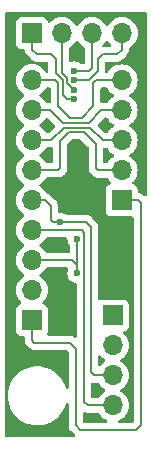
<source format=gbl>
%TF.GenerationSoftware,KiCad,Pcbnew,8.0.5*%
%TF.CreationDate,2024-12-11T17:42:57+10:00*%
%TF.ProjectId,solarRadiationShield,736f6c61-7252-4616-9469-6174696f6e53,rev?*%
%TF.SameCoordinates,Original*%
%TF.FileFunction,Copper,L2,Bot*%
%TF.FilePolarity,Positive*%
%FSLAX46Y46*%
G04 Gerber Fmt 4.6, Leading zero omitted, Abs format (unit mm)*
G04 Created by KiCad (PCBNEW 8.0.5) date 2024-12-11 17:42:57*
%MOMM*%
%LPD*%
G01*
G04 APERTURE LIST*
%TA.AperFunction,ComponentPad*%
%ADD10R,1.700000X1.700000*%
%TD*%
%TA.AperFunction,ComponentPad*%
%ADD11O,1.700000X1.700000*%
%TD*%
%TA.AperFunction,ViaPad*%
%ADD12C,0.600000*%
%TD*%
%TA.AperFunction,Conductor*%
%ADD13C,0.200000*%
%TD*%
%ADD14C,0.300000*%
%ADD15C,0.350000*%
G04 APERTURE END LIST*
D10*
%TO.P,INSIG1,1,Pin_1*%
%TO.N,+3.3V*%
X126600000Y-77775000D03*
D11*
%TO.P,INSIG1,2,Pin_2*%
%TO.N,GND*%
X129140000Y-77775000D03*
%TO.P,INSIG1,3,Pin_3*%
%TO.N,SDA*%
X131680000Y-77775000D03*
%TO.P,INSIG1,4,Pin_4*%
%TO.N,SCL*%
X134220000Y-77775000D03*
%TD*%
D10*
%TO.P,AHT20,1,Pin_1*%
%TO.N,+3.3V*%
X133450000Y-101675000D03*
D11*
%TO.P,AHT20,2,Pin_2*%
%TO.N,GND*%
X133450000Y-104215000D03*
%TO.P,AHT20,3,Pin_3*%
%TO.N,SCL*%
X133450000Y-106755000D03*
%TO.P,AHT20,4,Pin_4*%
%TO.N,SDA*%
X133450000Y-109295000D03*
%TD*%
D10*
%TO.P,lpsExtraFunc1,1,Pin_1*%
%TO.N,VDD*%
X134200000Y-91925000D03*
D11*
%TO.P,lpsExtraFunc1,2,Pin_2*%
%TO.N,SDO{slash}SA0*%
X134200000Y-89385000D03*
%TO.P,lpsExtraFunc1,3,Pin_3*%
%TO.N,CS*%
X134200000Y-86845000D03*
%TO.P,lpsExtraFunc1,4,Pin_4*%
%TO.N,INT2*%
X134200000Y-84305000D03*
%TO.P,lpsExtraFunc1,5,Pin_5*%
%TO.N,INT1*%
X134200000Y-81765000D03*
%TD*%
D10*
%TO.P,LPS331AP1,1,Pin_1*%
%TO.N,VDD*%
X126600000Y-102075000D03*
D11*
%TO.P,LPS331AP1,2,Pin_2*%
%TO.N,+3.3V*%
X126600000Y-99535000D03*
%TO.P,LPS331AP1,3,Pin_3*%
%TO.N,GND*%
X126600000Y-96995000D03*
%TO.P,LPS331AP1,4,Pin_4*%
%TO.N,SDA*%
X126600000Y-94455000D03*
%TO.P,LPS331AP1,5,Pin_5*%
%TO.N,SCL*%
X126600000Y-91915000D03*
%TO.P,LPS331AP1,6,Pin_6*%
%TO.N,SDO{slash}SA0*%
X126600000Y-89375000D03*
%TO.P,LPS331AP1,7,Pin_7*%
%TO.N,CS*%
X126600000Y-86835000D03*
%TO.P,LPS331AP1,8,Pin_8*%
%TO.N,INT2*%
X126600000Y-84295000D03*
%TO.P,LPS331AP1,9,Pin_9*%
%TO.N,INT1*%
X126600000Y-81755000D03*
%TD*%
D12*
%TO.N,SDA*%
X130200000Y-80975000D03*
%TO.N,+3.3V*%
X130200000Y-83375000D03*
%TO.N,SCL*%
X129000000Y-93775000D03*
X130200000Y-81775000D03*
%TO.N,GND*%
X130400000Y-95175000D03*
X130400000Y-98115000D03*
X130200000Y-82575000D03*
%TD*%
D13*
%TO.N,SDA*%
X131680000Y-80695000D02*
X131400000Y-80975000D01*
X126600000Y-94455000D02*
X130800000Y-94455000D01*
X131320000Y-109295000D02*
X131000000Y-108975000D01*
X131680000Y-77775000D02*
X131680000Y-80695000D01*
X131000000Y-94655000D02*
X131000000Y-108975000D01*
X133450000Y-109295000D02*
X131320000Y-109295000D01*
X131400000Y-80975000D02*
X130200000Y-80975000D01*
X130800000Y-94455000D02*
X131000000Y-94655000D01*
%TO.N,+3.3V*%
X129600000Y-83375000D02*
X129200000Y-82975000D01*
X126600000Y-79175000D02*
X126600000Y-77775000D01*
X129200000Y-82975000D02*
X129200000Y-81775000D01*
X128600000Y-81175000D02*
X128600000Y-79975000D01*
X129200000Y-81775000D02*
X128600000Y-81175000D01*
X128200000Y-79575000D02*
X127000000Y-79575000D01*
X127000000Y-79575000D02*
X126600000Y-79175000D01*
X130200000Y-83375000D02*
X129600000Y-83375000D01*
X128600000Y-79975000D02*
X128200000Y-79575000D01*
%TO.N,SCL*%
X132200000Y-81009314D02*
X131434314Y-81775000D01*
X128200000Y-93575000D02*
X128200000Y-92375000D01*
X132200000Y-79975000D02*
X132200000Y-81009314D01*
X133800000Y-79575000D02*
X132600000Y-79575000D01*
X132600000Y-79575000D02*
X132200000Y-79975000D01*
X129000000Y-93775000D02*
X131200000Y-93775000D01*
X134200000Y-79175000D02*
X133800000Y-79575000D01*
X128400000Y-93775000D02*
X128200000Y-93575000D01*
X133450000Y-106755000D02*
X131880000Y-106755000D01*
X128200000Y-92375000D02*
X127740000Y-91915000D01*
X129000000Y-93775000D02*
X128400000Y-93775000D01*
X127740000Y-91915000D02*
X126600000Y-91915000D01*
X131434314Y-81775000D02*
X130200000Y-81775000D01*
X131600000Y-94175000D02*
X131600000Y-106475000D01*
X131200000Y-93775000D02*
X131600000Y-94175000D01*
X131880000Y-106755000D02*
X131600000Y-106475000D01*
X134200000Y-77975000D02*
X134200000Y-79175000D01*
%TO.N,GND*%
X130400000Y-97375000D02*
X130020000Y-96995000D01*
X130200000Y-82575000D02*
X130151471Y-82575000D01*
X129140000Y-81115000D02*
X129140000Y-77775000D01*
X130151471Y-82575000D02*
X129600000Y-82023529D01*
X130400000Y-97375000D02*
X130400000Y-95175000D01*
X129600000Y-81575000D02*
X129140000Y-81115000D01*
X129600000Y-82023529D02*
X129600000Y-81575000D01*
X130400000Y-98115000D02*
X130400000Y-97375000D01*
X130020000Y-96995000D02*
X126600000Y-96995000D01*
%TO.N,CS*%
X131500000Y-85775000D02*
X131000000Y-85775000D01*
X132580000Y-86855000D02*
X131500000Y-85775000D01*
X129300000Y-85775000D02*
X129800000Y-85775000D01*
X126500000Y-86845000D02*
X128230000Y-86845000D01*
X134100000Y-86855000D02*
X132580000Y-86855000D01*
X128230000Y-86845000D02*
X129300000Y-85775000D01*
X131000000Y-85775000D02*
X129800000Y-85775000D01*
X134190000Y-86835000D02*
X134200000Y-86845000D01*
%TO.N,VDD*%
X130300000Y-110975000D02*
X130700000Y-111375000D01*
X135800000Y-110975000D02*
X135800000Y-92125000D01*
X126600000Y-103775000D02*
X126800000Y-103975000D01*
X126800000Y-103975000D02*
X129800000Y-103975000D01*
X129800000Y-103975000D02*
X130300000Y-104475000D01*
X130700000Y-111375000D02*
X135400000Y-111375000D01*
X135400000Y-111375000D02*
X135800000Y-110975000D01*
X126600000Y-102075000D02*
X126600000Y-103775000D01*
X135600000Y-91925000D02*
X134200000Y-91925000D01*
X130300000Y-104475000D02*
X130300000Y-110975000D01*
X135800000Y-92125000D02*
X135600000Y-91925000D01*
%TO.N,INT1*%
X130800000Y-84975000D02*
X129800000Y-84975000D01*
X128800000Y-81975000D02*
X128800000Y-83975000D01*
X131800000Y-83975000D02*
X130800000Y-84975000D01*
X132010000Y-81765000D02*
X131800000Y-81975000D01*
X128580000Y-81755000D02*
X128800000Y-81975000D01*
X126600000Y-81755000D02*
X128580000Y-81755000D01*
X134200000Y-81765000D02*
X132010000Y-81765000D01*
X131800000Y-81975000D02*
X131800000Y-83975000D01*
X128800000Y-83975000D02*
X129800000Y-84975000D01*
%TO.N,SDO{slash}SA0*%
X126600000Y-89385000D02*
X128790000Y-89385000D01*
X129000000Y-86875000D02*
X129700000Y-86175000D01*
X128790000Y-89385000D02*
X129000000Y-89175000D01*
X134190000Y-89375000D02*
X134200000Y-89385000D01*
X131000000Y-86175000D02*
X132000000Y-87175000D01*
X132220000Y-89395000D02*
X134200000Y-89395000D01*
X129000000Y-89175000D02*
X129000000Y-86875000D01*
X129700000Y-86175000D02*
X131000000Y-86175000D01*
X132000000Y-87175000D02*
X132000000Y-89175000D01*
X132000000Y-89175000D02*
X132220000Y-89395000D01*
%TO.N,INT2*%
X132470000Y-84305000D02*
X131400000Y-85375000D01*
X128120000Y-84295000D02*
X129200000Y-85375000D01*
X129200000Y-85375000D02*
X129600000Y-85375000D01*
X126600000Y-84295000D02*
X128120000Y-84295000D01*
X134200000Y-84305000D02*
X132470000Y-84305000D01*
X131400000Y-85375000D02*
X131000000Y-85375000D01*
X126610000Y-84305000D02*
X126600000Y-84295000D01*
X129600000Y-85375000D02*
X131000000Y-85375000D01*
%TD*%
%TA.AperFunction,NonConductor*%
G36*
X133034855Y-78441546D02*
G01*
X133051575Y-78460842D01*
X133181501Y-78646396D01*
X133181506Y-78646402D01*
X133297923Y-78762819D01*
X133331408Y-78824142D01*
X133326424Y-78893834D01*
X133284552Y-78949767D01*
X133219088Y-78974184D01*
X133210242Y-78974500D01*
X132689758Y-78974500D01*
X132622719Y-78954815D01*
X132576964Y-78902011D01*
X132567020Y-78832853D01*
X132596045Y-78769297D01*
X132602077Y-78762819D01*
X132632413Y-78732483D01*
X132718495Y-78646401D01*
X132848425Y-78460842D01*
X132903002Y-78417217D01*
X132972500Y-78410023D01*
X133034855Y-78441546D01*
G37*
%TD.AperFunction*%
%TA.AperFunction,NonConductor*%
G36*
X130494855Y-78441546D02*
G01*
X130511575Y-78460842D01*
X130641500Y-78646395D01*
X130641505Y-78646401D01*
X130808599Y-78813495D01*
X130905384Y-78881265D01*
X131002165Y-78949032D01*
X131002167Y-78949033D01*
X131002170Y-78949035D01*
X131007898Y-78951706D01*
X131060339Y-78997872D01*
X131079500Y-79064090D01*
X131079500Y-80250500D01*
X131059815Y-80317539D01*
X131007011Y-80363294D01*
X130955500Y-80374500D01*
X130782412Y-80374500D01*
X130715373Y-80354815D01*
X130705097Y-80347445D01*
X130702263Y-80345185D01*
X130702262Y-80345184D01*
X130645496Y-80309515D01*
X130549523Y-80249211D01*
X130379254Y-80189631D01*
X130379249Y-80189630D01*
X130200004Y-80169435D01*
X130199996Y-80169435D01*
X130020750Y-80189630D01*
X130020742Y-80189632D01*
X129905454Y-80229973D01*
X129835675Y-80233534D01*
X129775048Y-80198805D01*
X129742821Y-80136811D01*
X129740500Y-80112931D01*
X129740500Y-79064090D01*
X129760185Y-78997051D01*
X129812101Y-78951706D01*
X129817830Y-78949035D01*
X130011401Y-78813495D01*
X130178495Y-78646401D01*
X130308425Y-78460842D01*
X130363002Y-78417217D01*
X130432500Y-78410023D01*
X130494855Y-78441546D01*
G37*
%TD.AperFunction*%
%TA.AperFunction,NonConductor*%
G36*
X128142539Y-82375185D02*
G01*
X128188294Y-82427989D01*
X128199500Y-82479500D01*
X128199500Y-83570499D01*
X128179815Y-83637538D01*
X128127011Y-83683293D01*
X128075500Y-83694499D01*
X128033347Y-83694499D01*
X128033331Y-83694500D01*
X127889091Y-83694500D01*
X127822052Y-83674815D01*
X127776711Y-83622909D01*
X127774037Y-83617175D01*
X127774034Y-83617170D01*
X127774033Y-83617169D01*
X127638495Y-83423599D01*
X127638494Y-83423597D01*
X127471402Y-83256506D01*
X127471396Y-83256501D01*
X127285842Y-83126575D01*
X127242217Y-83071998D01*
X127235023Y-83002500D01*
X127266546Y-82940145D01*
X127285842Y-82923425D01*
X127457115Y-82803498D01*
X127471401Y-82793495D01*
X127638495Y-82626401D01*
X127774035Y-82432830D01*
X127776707Y-82427097D01*
X127822878Y-82374658D01*
X127889091Y-82355500D01*
X128075500Y-82355500D01*
X128142539Y-82375185D01*
G37*
%TD.AperFunction*%
%TA.AperFunction,NonConductor*%
G36*
X132977948Y-82385185D02*
G01*
X133023292Y-82437097D01*
X133025965Y-82442830D01*
X133025966Y-82442831D01*
X133161501Y-82636395D01*
X133161506Y-82636402D01*
X133328597Y-82803493D01*
X133328603Y-82803498D01*
X133514158Y-82933425D01*
X133557783Y-82988002D01*
X133564977Y-83057500D01*
X133533454Y-83119855D01*
X133514158Y-83136575D01*
X133328597Y-83266505D01*
X133161506Y-83433596D01*
X133025965Y-83627170D01*
X133025962Y-83627175D01*
X133023289Y-83632909D01*
X132977115Y-83685346D01*
X132910909Y-83704500D01*
X132556670Y-83704500D01*
X132556654Y-83704499D01*
X132549058Y-83704499D01*
X132524500Y-83704499D01*
X132457461Y-83684814D01*
X132411706Y-83632010D01*
X132400500Y-83580499D01*
X132400500Y-82489500D01*
X132420185Y-82422461D01*
X132472989Y-82376706D01*
X132524500Y-82365500D01*
X132910909Y-82365500D01*
X132977948Y-82385185D01*
G37*
%TD.AperFunction*%
%TA.AperFunction,NonConductor*%
G36*
X127947593Y-84971916D02*
G01*
X127950419Y-84974654D01*
X128513083Y-85537319D01*
X128546568Y-85598642D01*
X128541584Y-85668334D01*
X128513083Y-85712681D01*
X128017584Y-86208181D01*
X127956261Y-86241666D01*
X127929903Y-86244500D01*
X127893754Y-86244500D01*
X127826715Y-86224815D01*
X127781373Y-86172906D01*
X127774038Y-86157178D01*
X127774035Y-86157171D01*
X127638495Y-85963599D01*
X127638494Y-85963597D01*
X127471402Y-85796506D01*
X127471396Y-85796501D01*
X127285842Y-85666575D01*
X127242217Y-85611998D01*
X127235023Y-85542500D01*
X127266546Y-85480145D01*
X127285842Y-85463425D01*
X127457115Y-85343498D01*
X127471401Y-85333495D01*
X127638495Y-85166401D01*
X127761164Y-84991210D01*
X127815740Y-84947587D01*
X127885238Y-84940393D01*
X127947593Y-84971916D01*
G37*
%TD.AperFunction*%
%TA.AperFunction,NonConductor*%
G36*
X132977948Y-84925185D02*
G01*
X133023292Y-84977097D01*
X133025965Y-84982830D01*
X133154503Y-85166401D01*
X133161501Y-85176395D01*
X133161506Y-85176402D01*
X133328597Y-85343493D01*
X133328603Y-85343498D01*
X133514158Y-85473425D01*
X133557783Y-85528002D01*
X133564977Y-85597500D01*
X133533454Y-85659855D01*
X133514158Y-85676575D01*
X133328597Y-85806505D01*
X133161506Y-85973596D01*
X133025965Y-86167170D01*
X133025961Y-86167178D01*
X133018627Y-86182906D01*
X132972454Y-86235345D01*
X132906246Y-86254500D01*
X132880098Y-86254500D01*
X132813059Y-86234815D01*
X132792417Y-86218181D01*
X132186916Y-85612681D01*
X132153431Y-85551358D01*
X132158415Y-85481667D01*
X132186916Y-85437319D01*
X132682417Y-84941819D01*
X132743740Y-84908334D01*
X132770098Y-84905500D01*
X132910909Y-84905500D01*
X132977948Y-84925185D01*
G37*
%TD.AperFunction*%
%TA.AperFunction,NonConductor*%
G36*
X128143347Y-87445501D02*
G01*
X128275500Y-87445501D01*
X128342539Y-87465186D01*
X128388294Y-87517990D01*
X128399500Y-87569501D01*
X128399500Y-88660500D01*
X128379815Y-88727539D01*
X128327011Y-88773294D01*
X128275500Y-88784500D01*
X127893754Y-88784500D01*
X127826715Y-88764815D01*
X127781373Y-88712906D01*
X127774038Y-88697178D01*
X127774035Y-88697171D01*
X127638495Y-88503599D01*
X127638494Y-88503597D01*
X127471402Y-88336506D01*
X127471396Y-88336501D01*
X127285842Y-88206575D01*
X127242217Y-88151998D01*
X127235023Y-88082500D01*
X127266546Y-88020145D01*
X127285842Y-88003425D01*
X127457115Y-87883498D01*
X127471401Y-87873495D01*
X127638495Y-87706401D01*
X127774035Y-87512830D01*
X127774036Y-87512826D01*
X127776743Y-87508140D01*
X127778866Y-87509366D01*
X127818169Y-87464687D01*
X127884428Y-87445500D01*
X128143331Y-87445500D01*
X128143347Y-87445501D01*
G37*
%TD.AperFunction*%
%TA.AperFunction,NonConductor*%
G36*
X132982611Y-87475185D02*
G01*
X133021167Y-87519346D01*
X133023257Y-87518140D01*
X133025965Y-87522831D01*
X133161501Y-87716395D01*
X133161506Y-87716402D01*
X133328597Y-87883493D01*
X133328603Y-87883498D01*
X133514158Y-88013425D01*
X133557783Y-88068002D01*
X133564977Y-88137500D01*
X133533454Y-88199855D01*
X133514158Y-88216575D01*
X133328597Y-88346505D01*
X133161506Y-88513596D01*
X133025965Y-88707170D01*
X133025961Y-88707178D01*
X133018627Y-88722906D01*
X132972454Y-88775345D01*
X132906246Y-88794500D01*
X132724500Y-88794500D01*
X132657461Y-88774815D01*
X132611706Y-88722011D01*
X132600500Y-88670500D01*
X132600500Y-87579500D01*
X132620185Y-87512461D01*
X132672989Y-87466706D01*
X132724500Y-87455500D01*
X132915572Y-87455500D01*
X132982611Y-87475185D01*
G37*
%TD.AperFunction*%
%TA.AperFunction,NonConductor*%
G36*
X129537474Y-95075185D02*
G01*
X129583229Y-95127989D01*
X129591991Y-95168268D01*
X129593655Y-95168081D01*
X129614630Y-95354249D01*
X129614631Y-95354254D01*
X129674211Y-95524523D01*
X129770185Y-95677263D01*
X129772445Y-95680097D01*
X129773334Y-95682275D01*
X129773889Y-95683158D01*
X129773734Y-95683255D01*
X129798855Y-95744783D01*
X129799500Y-95757412D01*
X129799500Y-96270500D01*
X129779815Y-96337539D01*
X129727011Y-96383294D01*
X129675500Y-96394500D01*
X127889091Y-96394500D01*
X127822052Y-96374815D01*
X127776711Y-96322909D01*
X127774037Y-96317175D01*
X127774034Y-96317170D01*
X127774033Y-96317169D01*
X127638495Y-96123599D01*
X127638494Y-96123597D01*
X127471402Y-95956506D01*
X127471396Y-95956501D01*
X127285842Y-95826575D01*
X127242217Y-95771998D01*
X127235023Y-95702500D01*
X127266546Y-95640145D01*
X127285842Y-95623425D01*
X127427088Y-95524523D01*
X127471401Y-95493495D01*
X127638495Y-95326401D01*
X127774035Y-95132830D01*
X127776707Y-95127097D01*
X127822878Y-95074658D01*
X127889091Y-95055500D01*
X129470435Y-95055500D01*
X129537474Y-95075185D01*
G37*
%TD.AperFunction*%
%TA.AperFunction,NonConductor*%
G36*
X129625966Y-97615185D02*
G01*
X129671721Y-97667989D01*
X129681665Y-97737147D01*
X129675968Y-97760455D01*
X129614633Y-97935737D01*
X129614630Y-97935750D01*
X129594435Y-98114996D01*
X129594435Y-98115003D01*
X129614630Y-98294249D01*
X129614631Y-98294254D01*
X129674211Y-98464523D01*
X129770184Y-98617262D01*
X129897738Y-98744816D01*
X130050478Y-98840789D01*
X130220745Y-98900368D01*
X130289384Y-98908101D01*
X130353796Y-98935166D01*
X130393352Y-98992760D01*
X130399500Y-99031321D01*
X130399500Y-103425902D01*
X130379815Y-103492941D01*
X130327011Y-103538696D01*
X130257853Y-103548640D01*
X130194297Y-103519615D01*
X130187819Y-103513583D01*
X130168717Y-103494481D01*
X130168716Y-103494480D01*
X130070648Y-103437861D01*
X130070647Y-103437860D01*
X130038138Y-103419091D01*
X130031785Y-103415423D01*
X130031784Y-103415422D01*
X130031783Y-103415422D01*
X129975881Y-103400443D01*
X129879057Y-103374499D01*
X129720943Y-103374499D01*
X129713347Y-103374499D01*
X129713331Y-103374500D01*
X127986432Y-103374500D01*
X127919393Y-103354815D01*
X127873638Y-103302011D01*
X127863694Y-103232853D01*
X127887165Y-103176190D01*
X127890679Y-103171494D01*
X127893796Y-103167331D01*
X127944091Y-103032483D01*
X127950500Y-102972873D01*
X127950499Y-101177128D01*
X127944091Y-101117517D01*
X127893796Y-100982669D01*
X127893795Y-100982668D01*
X127893793Y-100982664D01*
X127807547Y-100867455D01*
X127807544Y-100867452D01*
X127692335Y-100781206D01*
X127692328Y-100781202D01*
X127560917Y-100732189D01*
X127504983Y-100690318D01*
X127480566Y-100624853D01*
X127495418Y-100556580D01*
X127516563Y-100528332D01*
X127638495Y-100406401D01*
X127774035Y-100212830D01*
X127873903Y-99998663D01*
X127935063Y-99770408D01*
X127955659Y-99535000D01*
X127935063Y-99299592D01*
X127873903Y-99071337D01*
X127774035Y-98857171D01*
X127762565Y-98840789D01*
X127638494Y-98663597D01*
X127471402Y-98496506D01*
X127471396Y-98496501D01*
X127285842Y-98366575D01*
X127242217Y-98311998D01*
X127235023Y-98242500D01*
X127266546Y-98180145D01*
X127285842Y-98163425D01*
X127308026Y-98147891D01*
X127471401Y-98033495D01*
X127638495Y-97866401D01*
X127774035Y-97672830D01*
X127776707Y-97667097D01*
X127822878Y-97614658D01*
X127889091Y-97595500D01*
X129558927Y-97595500D01*
X129625966Y-97615185D01*
G37*
%TD.AperFunction*%
%TA.AperFunction,NonConductor*%
G36*
X132405703Y-105081045D02*
G01*
X132412181Y-105087077D01*
X132578597Y-105253493D01*
X132578603Y-105253498D01*
X132764158Y-105383425D01*
X132807783Y-105438002D01*
X132814977Y-105507500D01*
X132783454Y-105569855D01*
X132764158Y-105586575D01*
X132578597Y-105716505D01*
X132412181Y-105882922D01*
X132350858Y-105916407D01*
X132281166Y-105911423D01*
X132225233Y-105869551D01*
X132200816Y-105804087D01*
X132200500Y-105795241D01*
X132200500Y-105174758D01*
X132220185Y-105107719D01*
X132272989Y-105061964D01*
X132342147Y-105052020D01*
X132405703Y-105081045D01*
G37*
%TD.AperFunction*%
%TA.AperFunction,NonConductor*%
G36*
X131756579Y-107343613D02*
G01*
X131800943Y-107355501D01*
X131800945Y-107355501D01*
X131966654Y-107355501D01*
X131966670Y-107355500D01*
X132160909Y-107355500D01*
X132227948Y-107375185D01*
X132273292Y-107427097D01*
X132275965Y-107432830D01*
X132360801Y-107553988D01*
X132411501Y-107626395D01*
X132411506Y-107626402D01*
X132578597Y-107793493D01*
X132578603Y-107793498D01*
X132764158Y-107923425D01*
X132807783Y-107978002D01*
X132814977Y-108047500D01*
X132783454Y-108109855D01*
X132764158Y-108126575D01*
X132578597Y-108256505D01*
X132411506Y-108423596D01*
X132275965Y-108617170D01*
X132275962Y-108617175D01*
X132273289Y-108622909D01*
X132227115Y-108675346D01*
X132160909Y-108694500D01*
X131724500Y-108694500D01*
X131657461Y-108674815D01*
X131611706Y-108622011D01*
X131600500Y-108570500D01*
X131600500Y-107463391D01*
X131620185Y-107396352D01*
X131672989Y-107350597D01*
X131742147Y-107340653D01*
X131756579Y-107343613D01*
G37*
%TD.AperFunction*%
%TA.AperFunction,NonConductor*%
G36*
X130766942Y-86795185D02*
G01*
X130787584Y-86811819D01*
X131363181Y-87387416D01*
X131396666Y-87448739D01*
X131399500Y-87475097D01*
X131399500Y-89088330D01*
X131399499Y-89088348D01*
X131399499Y-89254054D01*
X131399498Y-89254054D01*
X131434585Y-89385000D01*
X131440423Y-89406785D01*
X131467716Y-89454057D01*
X131519478Y-89543712D01*
X131519479Y-89543714D01*
X131519481Y-89543717D01*
X131638349Y-89662585D01*
X131638355Y-89662590D01*
X131735139Y-89759374D01*
X131735149Y-89759385D01*
X131739479Y-89763715D01*
X131739480Y-89763716D01*
X131851284Y-89875520D01*
X131920774Y-89915639D01*
X131938095Y-89925639D01*
X131938097Y-89925641D01*
X131970893Y-89944576D01*
X131988215Y-89954577D01*
X132140943Y-89995501D01*
X132140946Y-89995501D01*
X132306653Y-89995501D01*
X132306669Y-89995500D01*
X132915572Y-89995500D01*
X132982611Y-90015185D01*
X133021167Y-90059346D01*
X133023257Y-90058140D01*
X133025965Y-90062831D01*
X133131242Y-90213182D01*
X133161501Y-90256396D01*
X133161506Y-90256402D01*
X133283430Y-90378326D01*
X133316915Y-90439649D01*
X133311931Y-90509341D01*
X133270059Y-90565274D01*
X133239083Y-90582189D01*
X133107669Y-90631203D01*
X133107664Y-90631206D01*
X132992455Y-90717452D01*
X132992452Y-90717455D01*
X132906206Y-90832664D01*
X132906202Y-90832671D01*
X132855908Y-90967517D01*
X132849501Y-91027116D01*
X132849501Y-91027123D01*
X132849500Y-91027135D01*
X132849500Y-92822870D01*
X132849501Y-92822876D01*
X132855908Y-92882483D01*
X132906202Y-93017328D01*
X132906206Y-93017335D01*
X132992452Y-93132544D01*
X132992455Y-93132547D01*
X133107664Y-93218793D01*
X133107671Y-93218797D01*
X133242517Y-93269091D01*
X133242516Y-93269091D01*
X133249444Y-93269835D01*
X133302127Y-93275500D01*
X135075500Y-93275499D01*
X135142539Y-93295184D01*
X135188294Y-93347987D01*
X135199500Y-93399499D01*
X135199500Y-110650500D01*
X135179815Y-110717539D01*
X135127011Y-110763294D01*
X135075500Y-110774500D01*
X134032086Y-110774500D01*
X133965047Y-110754815D01*
X133919292Y-110702011D01*
X133909348Y-110632853D01*
X133938373Y-110569297D01*
X133979681Y-110538118D01*
X134127830Y-110469035D01*
X134321401Y-110333495D01*
X134488495Y-110166401D01*
X134624035Y-109972830D01*
X134723903Y-109758663D01*
X134785063Y-109530408D01*
X134805659Y-109295000D01*
X134785063Y-109059592D01*
X134723903Y-108831337D01*
X134624035Y-108617171D01*
X134624034Y-108617169D01*
X134488494Y-108423597D01*
X134321402Y-108256506D01*
X134321396Y-108256501D01*
X134135842Y-108126575D01*
X134092217Y-108071998D01*
X134085023Y-108002500D01*
X134116546Y-107940145D01*
X134135842Y-107923425D01*
X134237967Y-107851916D01*
X134321401Y-107793495D01*
X134488495Y-107626401D01*
X134624035Y-107432830D01*
X134723903Y-107218663D01*
X134785063Y-106990408D01*
X134805659Y-106755000D01*
X134785063Y-106519592D01*
X134723903Y-106291337D01*
X134624035Y-106077171D01*
X134579757Y-106013934D01*
X134488494Y-105883597D01*
X134321402Y-105716506D01*
X134321396Y-105716501D01*
X134135842Y-105586575D01*
X134092217Y-105531998D01*
X134085023Y-105462500D01*
X134116546Y-105400145D01*
X134135842Y-105383425D01*
X134158026Y-105367891D01*
X134321401Y-105253495D01*
X134488495Y-105086401D01*
X134624035Y-104892830D01*
X134723903Y-104678663D01*
X134785063Y-104450408D01*
X134805659Y-104215000D01*
X134785063Y-103979592D01*
X134723903Y-103751337D01*
X134624035Y-103537171D01*
X134611742Y-103519615D01*
X134488496Y-103343600D01*
X134446907Y-103302011D01*
X134366567Y-103221671D01*
X134333084Y-103160351D01*
X134338068Y-103090659D01*
X134379939Y-103034725D01*
X134410915Y-103017810D01*
X134542331Y-102968796D01*
X134657546Y-102882546D01*
X134743796Y-102767331D01*
X134794091Y-102632483D01*
X134800500Y-102572873D01*
X134800499Y-100777128D01*
X134794091Y-100717517D01*
X134793254Y-100715274D01*
X134743797Y-100582671D01*
X134743793Y-100582664D01*
X134657547Y-100467455D01*
X134657544Y-100467452D01*
X134542335Y-100381206D01*
X134542328Y-100381202D01*
X134407482Y-100330908D01*
X134407483Y-100330908D01*
X134347883Y-100324501D01*
X134347881Y-100324500D01*
X134347873Y-100324500D01*
X134347864Y-100324500D01*
X132552129Y-100324500D01*
X132552123Y-100324501D01*
X132492515Y-100330909D01*
X132367832Y-100377412D01*
X132298141Y-100382396D01*
X132236818Y-100348910D01*
X132203334Y-100287587D01*
X132200500Y-100261230D01*
X132200500Y-94095945D01*
X132200500Y-94095943D01*
X132159577Y-93943216D01*
X132159573Y-93943209D01*
X132080524Y-93806290D01*
X132080521Y-93806286D01*
X132080520Y-93806284D01*
X131968716Y-93694480D01*
X131968715Y-93694479D01*
X131964385Y-93690149D01*
X131964374Y-93690139D01*
X131687590Y-93413355D01*
X131687588Y-93413352D01*
X131568717Y-93294481D01*
X131568709Y-93294475D01*
X131466936Y-93235717D01*
X131466934Y-93235716D01*
X131431790Y-93215425D01*
X131431789Y-93215424D01*
X131402216Y-93207500D01*
X131279057Y-93174499D01*
X131120943Y-93174499D01*
X131113347Y-93174499D01*
X131113331Y-93174500D01*
X129582412Y-93174500D01*
X129515373Y-93154815D01*
X129505097Y-93147445D01*
X129502263Y-93145185D01*
X129502262Y-93145184D01*
X129445496Y-93109515D01*
X129349523Y-93049211D01*
X129179254Y-92989631D01*
X129179249Y-92989630D01*
X129000004Y-92969435D01*
X129000003Y-92969435D01*
X129000001Y-92969435D01*
X129000000Y-92969435D01*
X128978184Y-92971892D01*
X128938382Y-92976377D01*
X128869560Y-92964321D01*
X128818181Y-92916971D01*
X128800500Y-92853156D01*
X128800500Y-92295941D01*
X128799909Y-92293734D01*
X128792060Y-92264443D01*
X128759577Y-92143215D01*
X128730639Y-92093095D01*
X128680520Y-92006284D01*
X128568716Y-91894480D01*
X128568715Y-91894479D01*
X128564385Y-91890149D01*
X128564374Y-91890139D01*
X128227590Y-91553355D01*
X128227588Y-91553352D01*
X128108717Y-91434481D01*
X128108709Y-91434475D01*
X127989106Y-91365423D01*
X127989106Y-91365422D01*
X127989101Y-91365421D01*
X127971785Y-91355423D01*
X127971787Y-91355423D01*
X127891307Y-91333858D01*
X127864664Y-91326719D01*
X127805005Y-91290354D01*
X127784376Y-91259348D01*
X127774035Y-91237171D01*
X127638495Y-91043599D01*
X127638494Y-91043597D01*
X127471402Y-90876506D01*
X127471396Y-90876501D01*
X127285842Y-90746575D01*
X127242217Y-90691998D01*
X127235023Y-90622500D01*
X127266546Y-90560145D01*
X127285842Y-90543425D01*
X127334519Y-90509341D01*
X127471401Y-90413495D01*
X127638495Y-90246401D01*
X127774035Y-90052830D01*
X127774036Y-90052826D01*
X127776743Y-90048140D01*
X127778866Y-90049366D01*
X127818169Y-90004687D01*
X127884428Y-89985500D01*
X128703331Y-89985500D01*
X128703347Y-89985501D01*
X128710943Y-89985501D01*
X128869054Y-89985501D01*
X128869057Y-89985501D01*
X129021785Y-89944577D01*
X129071904Y-89915639D01*
X129158716Y-89865520D01*
X129270520Y-89753716D01*
X129270520Y-89753714D01*
X129280728Y-89743507D01*
X129280730Y-89743504D01*
X129358506Y-89665728D01*
X129358511Y-89665724D01*
X129368714Y-89655520D01*
X129368716Y-89655520D01*
X129480520Y-89543716D01*
X129532284Y-89454057D01*
X129559577Y-89406785D01*
X129600501Y-89254057D01*
X129600501Y-89095943D01*
X129600501Y-89088348D01*
X129600500Y-89088330D01*
X129600500Y-87175097D01*
X129620185Y-87108058D01*
X129636819Y-87087416D01*
X129912416Y-86811819D01*
X129973739Y-86778334D01*
X130000097Y-86775500D01*
X130699903Y-86775500D01*
X130766942Y-86795185D01*
G37*
%TD.AperFunction*%
%TA.AperFunction,NonConductor*%
G36*
X131080664Y-109851566D02*
G01*
X131080706Y-109851466D01*
X131082389Y-109852163D01*
X131086498Y-109853585D01*
X131088216Y-109854577D01*
X131200019Y-109884534D01*
X131240942Y-109895500D01*
X131240943Y-109895500D01*
X132160909Y-109895500D01*
X132227948Y-109915185D01*
X132273292Y-109967097D01*
X132275965Y-109972830D01*
X132411505Y-110166401D01*
X132578599Y-110333495D01*
X132675384Y-110401265D01*
X132772165Y-110469032D01*
X132772167Y-110469033D01*
X132772170Y-110469035D01*
X132920319Y-110538118D01*
X132972758Y-110584290D01*
X132991910Y-110651484D01*
X132971694Y-110718365D01*
X132918529Y-110763700D01*
X132867914Y-110774500D01*
X131024500Y-110774500D01*
X130957461Y-110754815D01*
X130911706Y-110702011D01*
X130900500Y-110650500D01*
X130900500Y-109960973D01*
X130920185Y-109893934D01*
X130972989Y-109848179D01*
X131042147Y-109838235D01*
X131080664Y-109851566D01*
G37*
%TD.AperFunction*%
%TA.AperFunction,NonConductor*%
G36*
X136242539Y-75995185D02*
G01*
X136288294Y-76047989D01*
X136299500Y-76099500D01*
X136299500Y-91475902D01*
X136279815Y-91542941D01*
X136227011Y-91588696D01*
X136157853Y-91598640D01*
X136094297Y-91569615D01*
X136087819Y-91563583D01*
X135968717Y-91444481D01*
X135968716Y-91444480D01*
X135881904Y-91394360D01*
X135881904Y-91394359D01*
X135881900Y-91394358D01*
X135831785Y-91365423D01*
X135679057Y-91324499D01*
X135679054Y-91324499D01*
X135674499Y-91324499D01*
X135607460Y-91304814D01*
X135561705Y-91252010D01*
X135550499Y-91200499D01*
X135550499Y-91027129D01*
X135550498Y-91027123D01*
X135550497Y-91027116D01*
X135544091Y-90967517D01*
X135510144Y-90876501D01*
X135493797Y-90832671D01*
X135493793Y-90832664D01*
X135407547Y-90717455D01*
X135407544Y-90717452D01*
X135292335Y-90631206D01*
X135292328Y-90631202D01*
X135160917Y-90582189D01*
X135104983Y-90540318D01*
X135080566Y-90474853D01*
X135095418Y-90406580D01*
X135116563Y-90378332D01*
X135238495Y-90256401D01*
X135374035Y-90062830D01*
X135473903Y-89848663D01*
X135535063Y-89620408D01*
X135555659Y-89385000D01*
X135535063Y-89149592D01*
X135473903Y-88921337D01*
X135374035Y-88707171D01*
X135374034Y-88707169D01*
X135238494Y-88513597D01*
X135071402Y-88346506D01*
X135071396Y-88346501D01*
X134885842Y-88216575D01*
X134842217Y-88161998D01*
X134835023Y-88092500D01*
X134866546Y-88030145D01*
X134885842Y-88013425D01*
X134908026Y-87997891D01*
X135071401Y-87883495D01*
X135238495Y-87716401D01*
X135374035Y-87522830D01*
X135473903Y-87308663D01*
X135535063Y-87080408D01*
X135555659Y-86845000D01*
X135535063Y-86609592D01*
X135473903Y-86381337D01*
X135374035Y-86167171D01*
X135374034Y-86167169D01*
X135238494Y-85973597D01*
X135071402Y-85806506D01*
X135071396Y-85806501D01*
X134885842Y-85676575D01*
X134842217Y-85621998D01*
X134835023Y-85552500D01*
X134866546Y-85490145D01*
X134885842Y-85473425D01*
X134908026Y-85457891D01*
X135071401Y-85343495D01*
X135238495Y-85176401D01*
X135374035Y-84982830D01*
X135473903Y-84768663D01*
X135535063Y-84540408D01*
X135555659Y-84305000D01*
X135535063Y-84069592D01*
X135473903Y-83841337D01*
X135374035Y-83627171D01*
X135374034Y-83627169D01*
X135238494Y-83433597D01*
X135071402Y-83266506D01*
X135071396Y-83266501D01*
X134885842Y-83136575D01*
X134842217Y-83081998D01*
X134835023Y-83012500D01*
X134866546Y-82950145D01*
X134885842Y-82933425D01*
X134908026Y-82917891D01*
X135071401Y-82803495D01*
X135238495Y-82636401D01*
X135374035Y-82442830D01*
X135473903Y-82228663D01*
X135535063Y-82000408D01*
X135555659Y-81765000D01*
X135535063Y-81529592D01*
X135473903Y-81301337D01*
X135374035Y-81087171D01*
X135373925Y-81087013D01*
X135238494Y-80893597D01*
X135071402Y-80726506D01*
X135071395Y-80726501D01*
X135057119Y-80716505D01*
X135032521Y-80699281D01*
X134877834Y-80590967D01*
X134877830Y-80590965D01*
X134856383Y-80580964D01*
X134663663Y-80491097D01*
X134663659Y-80491096D01*
X134663655Y-80491094D01*
X134435413Y-80429938D01*
X134435403Y-80429936D01*
X134200001Y-80409341D01*
X134199999Y-80409341D01*
X133964596Y-80429936D01*
X133964586Y-80429938D01*
X133736344Y-80491094D01*
X133736335Y-80491098D01*
X133522171Y-80590964D01*
X133522169Y-80590965D01*
X133328597Y-80726505D01*
X133161506Y-80893596D01*
X133075876Y-81015890D01*
X133032969Y-81077169D01*
X133026076Y-81087013D01*
X132971499Y-81130638D01*
X132902001Y-81137832D01*
X132839646Y-81106309D01*
X132804232Y-81046080D01*
X132800501Y-81015890D01*
X132800501Y-80922661D01*
X132800500Y-80922643D01*
X132800500Y-80299500D01*
X132820185Y-80232461D01*
X132872989Y-80186706D01*
X132924500Y-80175500D01*
X133713331Y-80175500D01*
X133713347Y-80175501D01*
X133720943Y-80175501D01*
X133879054Y-80175501D01*
X133879057Y-80175501D01*
X134031785Y-80134577D01*
X134081904Y-80105639D01*
X134168716Y-80055520D01*
X134280520Y-79943716D01*
X134280520Y-79943714D01*
X134290728Y-79933507D01*
X134290730Y-79933504D01*
X134558506Y-79665728D01*
X134558511Y-79665724D01*
X134568714Y-79655520D01*
X134568716Y-79655520D01*
X134680520Y-79543716D01*
X134759577Y-79406784D01*
X134800500Y-79254057D01*
X134800500Y-79073416D01*
X134820185Y-79006377D01*
X134872095Y-78961034D01*
X134897830Y-78949035D01*
X135091401Y-78813495D01*
X135258495Y-78646401D01*
X135394035Y-78452830D01*
X135493903Y-78238663D01*
X135555063Y-78010408D01*
X135575659Y-77775000D01*
X135555063Y-77539592D01*
X135493903Y-77311337D01*
X135394035Y-77097171D01*
X135388425Y-77089158D01*
X135258494Y-76903597D01*
X135091402Y-76736506D01*
X135091395Y-76736501D01*
X134897834Y-76600967D01*
X134897830Y-76600965D01*
X134897828Y-76600964D01*
X134683663Y-76501097D01*
X134683659Y-76501096D01*
X134683655Y-76501094D01*
X134455413Y-76439938D01*
X134455403Y-76439936D01*
X134220001Y-76419341D01*
X134219999Y-76419341D01*
X133984596Y-76439936D01*
X133984586Y-76439938D01*
X133756344Y-76501094D01*
X133756335Y-76501098D01*
X133542171Y-76600964D01*
X133542169Y-76600965D01*
X133348597Y-76736505D01*
X133181505Y-76903597D01*
X133051575Y-77089158D01*
X132996998Y-77132783D01*
X132927500Y-77139977D01*
X132865145Y-77108454D01*
X132848425Y-77089158D01*
X132718494Y-76903597D01*
X132551402Y-76736506D01*
X132551395Y-76736501D01*
X132357834Y-76600967D01*
X132357830Y-76600965D01*
X132357828Y-76600964D01*
X132143663Y-76501097D01*
X132143659Y-76501096D01*
X132143655Y-76501094D01*
X131915413Y-76439938D01*
X131915403Y-76439936D01*
X131680001Y-76419341D01*
X131679999Y-76419341D01*
X131444596Y-76439936D01*
X131444586Y-76439938D01*
X131216344Y-76501094D01*
X131216335Y-76501098D01*
X131002171Y-76600964D01*
X131002169Y-76600965D01*
X130808597Y-76736505D01*
X130641505Y-76903597D01*
X130511575Y-77089158D01*
X130456998Y-77132783D01*
X130387500Y-77139977D01*
X130325145Y-77108454D01*
X130308425Y-77089158D01*
X130178494Y-76903597D01*
X130011402Y-76736506D01*
X130011395Y-76736501D01*
X129817834Y-76600967D01*
X129817830Y-76600965D01*
X129817828Y-76600964D01*
X129603663Y-76501097D01*
X129603659Y-76501096D01*
X129603655Y-76501094D01*
X129375413Y-76439938D01*
X129375403Y-76439936D01*
X129140001Y-76419341D01*
X129139999Y-76419341D01*
X128904596Y-76439936D01*
X128904586Y-76439938D01*
X128676344Y-76501094D01*
X128676335Y-76501098D01*
X128462171Y-76600964D01*
X128462169Y-76600965D01*
X128268600Y-76736503D01*
X128146673Y-76858430D01*
X128085350Y-76891914D01*
X128015658Y-76886930D01*
X127959725Y-76845058D01*
X127942810Y-76814081D01*
X127893797Y-76682671D01*
X127893793Y-76682664D01*
X127807547Y-76567455D01*
X127807544Y-76567452D01*
X127692335Y-76481206D01*
X127692328Y-76481202D01*
X127557482Y-76430908D01*
X127557483Y-76430908D01*
X127497883Y-76424501D01*
X127497881Y-76424500D01*
X127497873Y-76424500D01*
X127497864Y-76424500D01*
X125702129Y-76424500D01*
X125702123Y-76424501D01*
X125642516Y-76430908D01*
X125507671Y-76481202D01*
X125507664Y-76481206D01*
X125392455Y-76567452D01*
X125392452Y-76567455D01*
X125306206Y-76682664D01*
X125306202Y-76682671D01*
X125255908Y-76817517D01*
X125249501Y-76877116D01*
X125249500Y-76877135D01*
X125249500Y-78672870D01*
X125249501Y-78672876D01*
X125255908Y-78732483D01*
X125306202Y-78867328D01*
X125306206Y-78867335D01*
X125392452Y-78982544D01*
X125392455Y-78982547D01*
X125507664Y-79068793D01*
X125507671Y-79068797D01*
X125531306Y-79077612D01*
X125642517Y-79119091D01*
X125702127Y-79125500D01*
X125875499Y-79125499D01*
X125942538Y-79145183D01*
X125988293Y-79197987D01*
X125999499Y-79249499D01*
X125999499Y-79254054D01*
X125999498Y-79254054D01*
X126040423Y-79406785D01*
X126069358Y-79456900D01*
X126069359Y-79456904D01*
X126069360Y-79456904D01*
X126119479Y-79543714D01*
X126119481Y-79543717D01*
X126238349Y-79662585D01*
X126238355Y-79662590D01*
X126515139Y-79939374D01*
X126515149Y-79939385D01*
X126519479Y-79943715D01*
X126519480Y-79943716D01*
X126631284Y-80055520D01*
X126631286Y-80055521D01*
X126631290Y-80055524D01*
X126768209Y-80134573D01*
X126768216Y-80134577D01*
X126880019Y-80164534D01*
X126920942Y-80175500D01*
X126920943Y-80175500D01*
X127875500Y-80175500D01*
X127942539Y-80195185D01*
X127988294Y-80247989D01*
X127999500Y-80299500D01*
X127999500Y-81005891D01*
X127979815Y-81072930D01*
X127927011Y-81118685D01*
X127857853Y-81128629D01*
X127794297Y-81099604D01*
X127773925Y-81077014D01*
X127638494Y-80883597D01*
X127471402Y-80716506D01*
X127471395Y-80716501D01*
X127277834Y-80580967D01*
X127277830Y-80580965D01*
X127277828Y-80580964D01*
X127063663Y-80481097D01*
X127063659Y-80481096D01*
X127063655Y-80481094D01*
X126835413Y-80419938D01*
X126835403Y-80419936D01*
X126600001Y-80399341D01*
X126599999Y-80399341D01*
X126364596Y-80419936D01*
X126364586Y-80419938D01*
X126136344Y-80481094D01*
X126136335Y-80481098D01*
X125922171Y-80580964D01*
X125922169Y-80580965D01*
X125728597Y-80716505D01*
X125561505Y-80883597D01*
X125425965Y-81077169D01*
X125425964Y-81077171D01*
X125326098Y-81291335D01*
X125326094Y-81291344D01*
X125264938Y-81519586D01*
X125264936Y-81519596D01*
X125244341Y-81754999D01*
X125244341Y-81755000D01*
X125264936Y-81990403D01*
X125264938Y-81990413D01*
X125326094Y-82218655D01*
X125326096Y-82218659D01*
X125326097Y-82218663D01*
X125398839Y-82374658D01*
X125425965Y-82432830D01*
X125425967Y-82432834D01*
X125561501Y-82626395D01*
X125561506Y-82626402D01*
X125728597Y-82793493D01*
X125728603Y-82793498D01*
X125914158Y-82923425D01*
X125957783Y-82978002D01*
X125964977Y-83047500D01*
X125933454Y-83109855D01*
X125914158Y-83126575D01*
X125728597Y-83256505D01*
X125561505Y-83423597D01*
X125425965Y-83617169D01*
X125425964Y-83617171D01*
X125326098Y-83831335D01*
X125326094Y-83831344D01*
X125264938Y-84059586D01*
X125264936Y-84059596D01*
X125244341Y-84294999D01*
X125244341Y-84295000D01*
X125264936Y-84530403D01*
X125264938Y-84530413D01*
X125326094Y-84758655D01*
X125326096Y-84758659D01*
X125326097Y-84758663D01*
X125395890Y-84908334D01*
X125425965Y-84972830D01*
X125425967Y-84972834D01*
X125438836Y-84991212D01*
X125561501Y-85166396D01*
X125561506Y-85166402D01*
X125728597Y-85333493D01*
X125728603Y-85333498D01*
X125914158Y-85463425D01*
X125957783Y-85518002D01*
X125964977Y-85587500D01*
X125933454Y-85649855D01*
X125914158Y-85666575D01*
X125728597Y-85796505D01*
X125561505Y-85963597D01*
X125425965Y-86157169D01*
X125425964Y-86157171D01*
X125326098Y-86371335D01*
X125326094Y-86371344D01*
X125264938Y-86599586D01*
X125264936Y-86599596D01*
X125244341Y-86834999D01*
X125244341Y-86835000D01*
X125264936Y-87070403D01*
X125264938Y-87070413D01*
X125326094Y-87298655D01*
X125326096Y-87298659D01*
X125326097Y-87298663D01*
X125403748Y-87465186D01*
X125425965Y-87512830D01*
X125425967Y-87512834D01*
X125561501Y-87706395D01*
X125561506Y-87706402D01*
X125728597Y-87873493D01*
X125728603Y-87873498D01*
X125914158Y-88003425D01*
X125957783Y-88058002D01*
X125964977Y-88127500D01*
X125933454Y-88189855D01*
X125914158Y-88206575D01*
X125728597Y-88336505D01*
X125561505Y-88503597D01*
X125425965Y-88697169D01*
X125425964Y-88697171D01*
X125326098Y-88911335D01*
X125326094Y-88911344D01*
X125264938Y-89139586D01*
X125264936Y-89139596D01*
X125244341Y-89374999D01*
X125244341Y-89375000D01*
X125264936Y-89610403D01*
X125264938Y-89610413D01*
X125326094Y-89838655D01*
X125326096Y-89838659D01*
X125326097Y-89838663D01*
X125408411Y-90015185D01*
X125425965Y-90052830D01*
X125425967Y-90052834D01*
X125561501Y-90246395D01*
X125561506Y-90246402D01*
X125728597Y-90413493D01*
X125728603Y-90413498D01*
X125914158Y-90543425D01*
X125957783Y-90598002D01*
X125964977Y-90667500D01*
X125933454Y-90729855D01*
X125914158Y-90746575D01*
X125728597Y-90876505D01*
X125561505Y-91043597D01*
X125425965Y-91237169D01*
X125425964Y-91237171D01*
X125352667Y-91394358D01*
X125329295Y-91444480D01*
X125326098Y-91451335D01*
X125326094Y-91451344D01*
X125264938Y-91679586D01*
X125264936Y-91679596D01*
X125244341Y-91914999D01*
X125244341Y-91915000D01*
X125264936Y-92150403D01*
X125264938Y-92150413D01*
X125326094Y-92378655D01*
X125326096Y-92378659D01*
X125326097Y-92378663D01*
X125425965Y-92592830D01*
X125425967Y-92592834D01*
X125561501Y-92786395D01*
X125561506Y-92786402D01*
X125728597Y-92953493D01*
X125728603Y-92953498D01*
X125914158Y-93083425D01*
X125957783Y-93138002D01*
X125964977Y-93207500D01*
X125933454Y-93269855D01*
X125914158Y-93286575D01*
X125728597Y-93416505D01*
X125561505Y-93583597D01*
X125425965Y-93777169D01*
X125425964Y-93777171D01*
X125326098Y-93991335D01*
X125326094Y-93991344D01*
X125264938Y-94219586D01*
X125264936Y-94219596D01*
X125244341Y-94454999D01*
X125244341Y-94455000D01*
X125264936Y-94690403D01*
X125264938Y-94690413D01*
X125326094Y-94918655D01*
X125326096Y-94918659D01*
X125326097Y-94918663D01*
X125398839Y-95074658D01*
X125425965Y-95132830D01*
X125425967Y-95132834D01*
X125561501Y-95326395D01*
X125561506Y-95326402D01*
X125728597Y-95493493D01*
X125728603Y-95493498D01*
X125914158Y-95623425D01*
X125957783Y-95678002D01*
X125964977Y-95747500D01*
X125933454Y-95809855D01*
X125914158Y-95826575D01*
X125728597Y-95956505D01*
X125561505Y-96123597D01*
X125425965Y-96317169D01*
X125425964Y-96317171D01*
X125326098Y-96531335D01*
X125326094Y-96531344D01*
X125264938Y-96759586D01*
X125264936Y-96759596D01*
X125244341Y-96994999D01*
X125244341Y-96995000D01*
X125264936Y-97230403D01*
X125264938Y-97230413D01*
X125326094Y-97458655D01*
X125326096Y-97458659D01*
X125326097Y-97458663D01*
X125393672Y-97603578D01*
X125425965Y-97672830D01*
X125425967Y-97672834D01*
X125561501Y-97866395D01*
X125561506Y-97866402D01*
X125728597Y-98033493D01*
X125728603Y-98033498D01*
X125914158Y-98163425D01*
X125957783Y-98218002D01*
X125964977Y-98287500D01*
X125933454Y-98349855D01*
X125914158Y-98366575D01*
X125728597Y-98496505D01*
X125561505Y-98663597D01*
X125425965Y-98857169D01*
X125425964Y-98857171D01*
X125326098Y-99071335D01*
X125326094Y-99071344D01*
X125264938Y-99299586D01*
X125264936Y-99299596D01*
X125244341Y-99534999D01*
X125244341Y-99535000D01*
X125264936Y-99770403D01*
X125264938Y-99770413D01*
X125326094Y-99998655D01*
X125326096Y-99998659D01*
X125326097Y-99998663D01*
X125425965Y-100212830D01*
X125425967Y-100212834D01*
X125459855Y-100261230D01*
X125561501Y-100406396D01*
X125561506Y-100406402D01*
X125683430Y-100528326D01*
X125716915Y-100589649D01*
X125711931Y-100659341D01*
X125670059Y-100715274D01*
X125639083Y-100732189D01*
X125507669Y-100781203D01*
X125507664Y-100781206D01*
X125392455Y-100867452D01*
X125392452Y-100867455D01*
X125306206Y-100982664D01*
X125306202Y-100982671D01*
X125255908Y-101117517D01*
X125249501Y-101177116D01*
X125249501Y-101177123D01*
X125249500Y-101177135D01*
X125249500Y-102972870D01*
X125249501Y-102972876D01*
X125255908Y-103032483D01*
X125306202Y-103167328D01*
X125306206Y-103167335D01*
X125392452Y-103282544D01*
X125392455Y-103282547D01*
X125507664Y-103368793D01*
X125507671Y-103368797D01*
X125522962Y-103374500D01*
X125642517Y-103419091D01*
X125702127Y-103425500D01*
X125875500Y-103425499D01*
X125942539Y-103445183D01*
X125988294Y-103497987D01*
X125999500Y-103549499D01*
X125999500Y-103688330D01*
X125999499Y-103688348D01*
X125999499Y-103854054D01*
X125999498Y-103854054D01*
X126040422Y-104006783D01*
X126067715Y-104054055D01*
X126067717Y-104054058D01*
X126119479Y-104143714D01*
X126119481Y-104143717D01*
X126248720Y-104272956D01*
X126248725Y-104272960D01*
X126431284Y-104455520D01*
X126431286Y-104455521D01*
X126431290Y-104455524D01*
X126568209Y-104534573D01*
X126568216Y-104534577D01*
X126720943Y-104575501D01*
X126720945Y-104575501D01*
X126886654Y-104575501D01*
X126886670Y-104575500D01*
X129499903Y-104575500D01*
X129566942Y-104595185D01*
X129587584Y-104611819D01*
X129663181Y-104687416D01*
X129696666Y-104748739D01*
X129699500Y-104775097D01*
X129699500Y-107754628D01*
X129679815Y-107821667D01*
X129627011Y-107867422D01*
X129557853Y-107877366D01*
X129494297Y-107848341D01*
X129457569Y-107792946D01*
X129379502Y-107552683D01*
X129379500Y-107552678D01*
X129286715Y-107355500D01*
X129245537Y-107267993D01*
X129076947Y-107002337D01*
X129067083Y-106990413D01*
X128876393Y-106759909D01*
X128876391Y-106759907D01*
X128647031Y-106544523D01*
X128647021Y-106544515D01*
X128392495Y-106359591D01*
X128392488Y-106359586D01*
X128392484Y-106359584D01*
X128116766Y-106208006D01*
X128116763Y-106208004D01*
X128116758Y-106208002D01*
X128116757Y-106208001D01*
X127824228Y-106092181D01*
X127824225Y-106092180D01*
X127519476Y-106013934D01*
X127519463Y-106013932D01*
X127207329Y-105974500D01*
X127207318Y-105974500D01*
X126892682Y-105974500D01*
X126892670Y-105974500D01*
X126580536Y-106013932D01*
X126580523Y-106013934D01*
X126275774Y-106092180D01*
X126275771Y-106092181D01*
X125983242Y-106208001D01*
X125983241Y-106208002D01*
X125707516Y-106359584D01*
X125707504Y-106359591D01*
X125452978Y-106544515D01*
X125452968Y-106544523D01*
X125223608Y-106759907D01*
X125223606Y-106759909D01*
X125023054Y-107002334D01*
X125023051Y-107002338D01*
X124854464Y-107267990D01*
X124854461Y-107267996D01*
X124720499Y-107552678D01*
X124720497Y-107552683D01*
X124623270Y-107851916D01*
X124564311Y-108160988D01*
X124564310Y-108160995D01*
X124548255Y-108416199D01*
X124525538Y-108478737D01*
X124543477Y-108506651D01*
X124548255Y-108533800D01*
X124564310Y-108789004D01*
X124564311Y-108789011D01*
X124564312Y-108789015D01*
X124618328Y-109072179D01*
X124623270Y-109098083D01*
X124720497Y-109397316D01*
X124720499Y-109397321D01*
X124854461Y-109682003D01*
X124854464Y-109682009D01*
X125023051Y-109947661D01*
X125023054Y-109947665D01*
X125223606Y-110190090D01*
X125223608Y-110190092D01*
X125452968Y-110405476D01*
X125452978Y-110405484D01*
X125707504Y-110590408D01*
X125707509Y-110590410D01*
X125707516Y-110590416D01*
X125983234Y-110741994D01*
X125983239Y-110741996D01*
X125983241Y-110741997D01*
X125983242Y-110741998D01*
X126275771Y-110857818D01*
X126275774Y-110857819D01*
X126424258Y-110895943D01*
X126580527Y-110936066D01*
X126646010Y-110944338D01*
X126892670Y-110975499D01*
X126892679Y-110975499D01*
X126892682Y-110975500D01*
X126892684Y-110975500D01*
X127207316Y-110975500D01*
X127207318Y-110975500D01*
X127207321Y-110975499D01*
X127207329Y-110975499D01*
X127393593Y-110951968D01*
X127519473Y-110936066D01*
X127824225Y-110857819D01*
X127824228Y-110857818D01*
X128116757Y-110741998D01*
X128116758Y-110741997D01*
X128116756Y-110741997D01*
X128116766Y-110741994D01*
X128392484Y-110590416D01*
X128647030Y-110405478D01*
X128876390Y-110190094D01*
X129076947Y-109947663D01*
X129245537Y-109682007D01*
X129379503Y-109397315D01*
X129457569Y-109157052D01*
X129497006Y-109099377D01*
X129561365Y-109072179D01*
X129630211Y-109084094D01*
X129681687Y-109131338D01*
X129699500Y-109195371D01*
X129699500Y-110888330D01*
X129699499Y-110888348D01*
X129699499Y-111054054D01*
X129699498Y-111054054D01*
X129740423Y-111206785D01*
X129769358Y-111256900D01*
X129769359Y-111256904D01*
X129769360Y-111256904D01*
X129819479Y-111343714D01*
X129819481Y-111343717D01*
X129938349Y-111462585D01*
X129938355Y-111462590D01*
X130215139Y-111739374D01*
X130215160Y-111739397D01*
X130238582Y-111762819D01*
X130272067Y-111824142D01*
X130267083Y-111893834D01*
X130225211Y-111949767D01*
X130159747Y-111974184D01*
X130150901Y-111974500D01*
X124424500Y-111974500D01*
X124357461Y-111954815D01*
X124311706Y-111902011D01*
X124300500Y-111850500D01*
X124300500Y-108541586D01*
X124320185Y-108474547D01*
X124323533Y-108471645D01*
X124303564Y-108435808D01*
X124300500Y-108408413D01*
X124300500Y-76099500D01*
X124320185Y-76032461D01*
X124372989Y-75986706D01*
X124424500Y-75975500D01*
X136175500Y-75975500D01*
X136242539Y-75995185D01*
G37*
%TD.AperFunction*%
D14*
X130200000Y-80975000D03*
X130200000Y-83375000D03*
X129000000Y-93775000D03*
X130200000Y-81775000D03*
X130400000Y-95175000D03*
X130400000Y-98115000D03*
X130200000Y-82575000D03*
D15*
X126600000Y-77775000D03*
X129140000Y-77775000D03*
X131680000Y-77775000D03*
X134220000Y-77775000D03*
X133450000Y-101675000D03*
X133450000Y-104215000D03*
X133450000Y-106755000D03*
X133450000Y-109295000D03*
X134200000Y-91925000D03*
X134200000Y-89385000D03*
X134200000Y-86845000D03*
X134200000Y-84305000D03*
X134200000Y-81765000D03*
X126600000Y-102075000D03*
X126600000Y-99535000D03*
X126600000Y-96995000D03*
X126600000Y-94455000D03*
X126600000Y-91915000D03*
X126600000Y-89375000D03*
X126600000Y-86835000D03*
X126600000Y-84295000D03*
X126600000Y-81755000D03*
M02*

</source>
